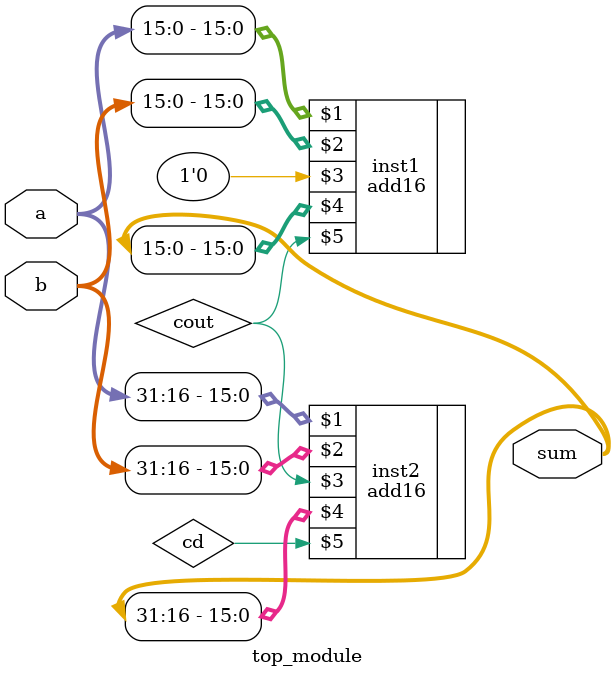
<source format=v>
module top_module(
    input [31:0] a,
    input [31:0] b,
    output [31:0] sum
);
  wire cout,cd;
  add16 inst1 (a[15:0],b[15:0],1'b0,sum[15:0],cout);
  add16 inst2 (a[31:16],b[31:16],cout,sum[31:16],cd);

endmodule

</source>
